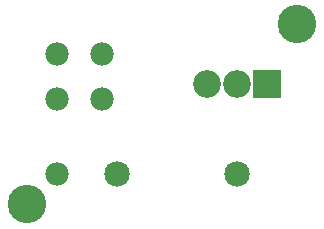
<source format=gbs>
G04 MADE WITH FRITZING*
G04 WWW.FRITZING.ORG*
G04 DOUBLE SIDED*
G04 HOLES PLATED*
G04 CONTOUR ON CENTER OF CONTOUR VECTOR*
%ASAXBY*%
%FSLAX23Y23*%
%MOIN*%
%OFA0B0*%
%SFA1.0B1.0*%
%ADD10C,0.085000*%
%ADD11C,0.092000*%
%ADD12C,0.077559*%
%ADD13C,0.128110*%
%ADD14R,0.092000X0.092000*%
%LNMASK0*%
G90*
G70*
G54D10*
X801Y192D03*
X401Y192D03*
X801Y192D03*
X401Y192D03*
G54D11*
X901Y492D03*
X801Y492D03*
X701Y492D03*
X901Y492D03*
X801Y492D03*
X701Y492D03*
G54D12*
X201Y592D03*
X201Y442D03*
X351Y592D03*
X351Y442D03*
X201Y192D03*
X201Y192D03*
G54D13*
X101Y92D03*
X1001Y692D03*
G54D14*
X901Y492D03*
X901Y492D03*
G04 End of Mask0*
M02*
</source>
